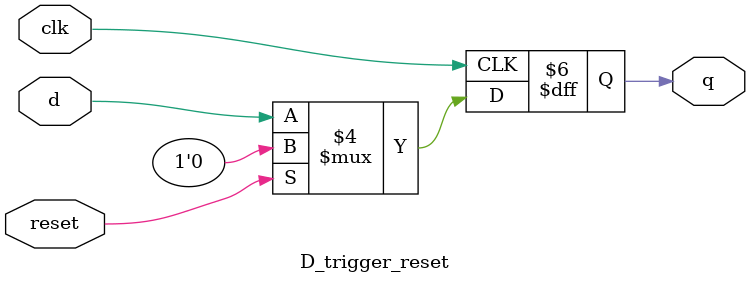
<source format=v>
`timescale 1ns / 1ps
module D_trigger_reset(
    input d,
    output reg q = 0,
    input clk,
    input reset
    );
	
	always @(posedge clk) begin
		if (reset) 
			q <= 0; 
		else 
			q <= d; 
	end

endmodule

</source>
